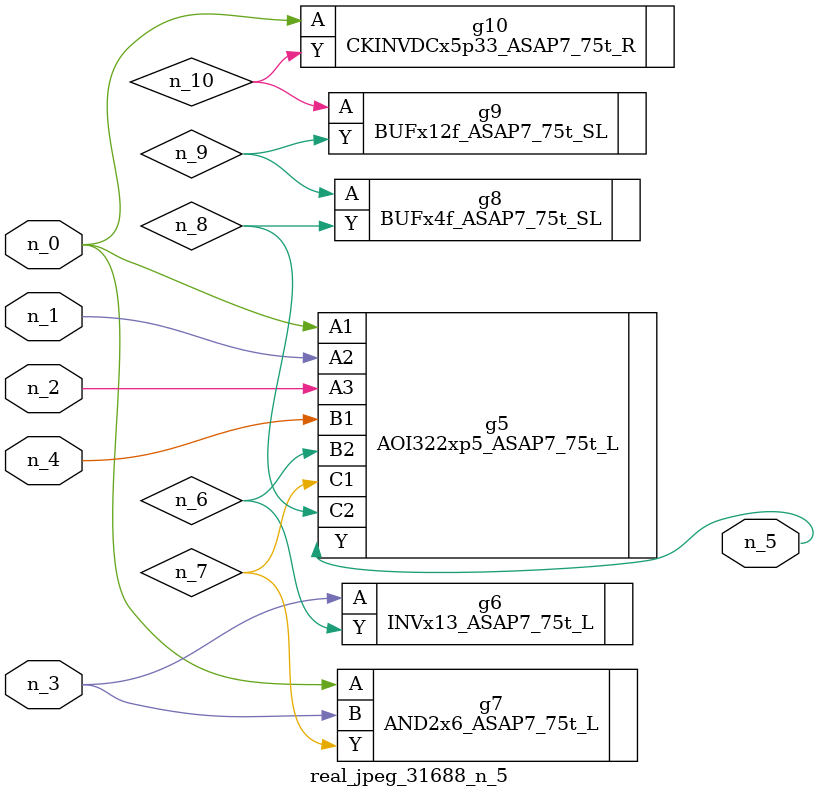
<source format=v>
module real_jpeg_31688_n_5 (n_4, n_0, n_1, n_2, n_3, n_5);

input n_4;
input n_0;
input n_1;
input n_2;
input n_3;

output n_5;

wire n_8;
wire n_6;
wire n_7;
wire n_10;
wire n_9;

AOI322xp5_ASAP7_75t_L g5 ( 
.A1(n_0),
.A2(n_1),
.A3(n_2),
.B1(n_4),
.B2(n_6),
.C1(n_7),
.C2(n_8),
.Y(n_5)
);

AND2x6_ASAP7_75t_L g7 ( 
.A(n_0),
.B(n_3),
.Y(n_7)
);

CKINVDCx5p33_ASAP7_75t_R g10 ( 
.A(n_0),
.Y(n_10)
);

INVx13_ASAP7_75t_L g6 ( 
.A(n_3),
.Y(n_6)
);

BUFx4f_ASAP7_75t_SL g8 ( 
.A(n_9),
.Y(n_8)
);

BUFx12f_ASAP7_75t_SL g9 ( 
.A(n_10),
.Y(n_9)
);


endmodule
</source>
